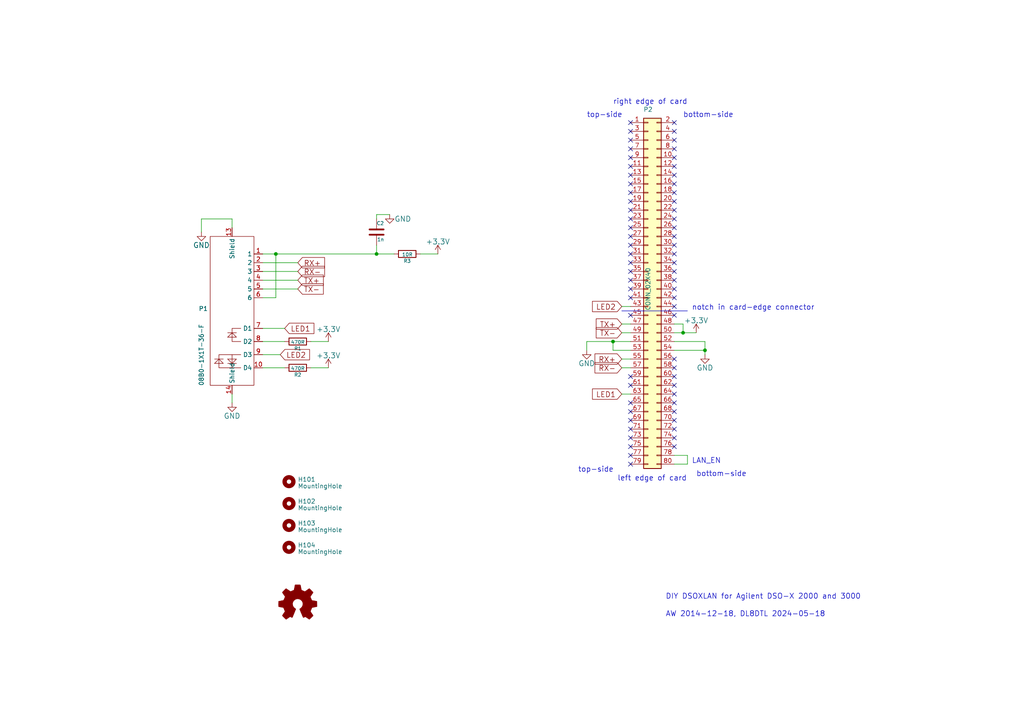
<source format=kicad_sch>
(kicad_sch (version 20230121) (generator eeschema)
  (paper "A4")
  (lib_symbols
    (symbol "Connector_Generic:Conn_02x40_Odd_Even" (pin_names (offset 1.016) hide)
      (property "Reference" "J" (at 1.27 50.8 0))
      (property "Value" "Conn_02x40_Odd_Even" (at 1.27 -53.34 0))
      (symbol "Conn_02x40_Odd_Even_1_1"
        (rectangle (start -1.27 -50.673) (end 0 -50.927) (stroke (width 0.1524)))
        (rectangle (start -1.27 -48.133) (end 0 -48.387) (stroke (width 0.1524)))
        (rectangle (start -1.27 -45.593) (end 0 -45.847) (stroke (width 0.1524)))
        (rectangle (start -1.27 -43.053) (end 0 -43.307) (stroke (width 0.1524)))
        (rectangle (start -1.27 -40.513) (end 0 -40.767) (stroke (width 0.1524)))
        (rectangle (start -1.27 -37.973) (end 0 -38.227) (stroke (width 0.1524)))
        (rectangle (start -1.27 -35.433) (end 0 -35.687) (stroke (width 0.1524)))
        (rectangle (start -1.27 -32.893) (end 0 -33.147) (stroke (width 0.1524)))
        (rectangle (start -1.27 -30.353) (end 0 -30.607) (stroke (width 0.1524)))
        (rectangle (start -1.27 -27.813) (end 0 -28.067) (stroke (width 0.1524)))
        (rectangle (start -1.27 -25.273) (end 0 -25.527) (stroke (width 0.1524)))
        (rectangle (start -1.27 -22.733) (end 0 -22.987) (stroke (width 0.1524)))
        (rectangle (start -1.27 -20.193) (end 0 -20.447) (stroke (width 0.1524)))
        (rectangle (start -1.27 -17.653) (end 0 -17.907) (stroke (width 0.1524)))
        (rectangle (start -1.27 -15.113) (end 0 -15.367) (stroke (width 0.1524)))
        (rectangle (start -1.27 -12.573) (end 0 -12.827) (stroke (width 0.1524)))
        (rectangle (start -1.27 -10.033) (end 0 -10.287) (stroke (width 0.1524)))
        (rectangle (start -1.27 -7.493) (end 0 -7.747) (stroke (width 0.1524)))
        (rectangle (start -1.27 -4.953) (end 0 -5.207) (stroke (width 0.1524)))
        (rectangle (start -1.27 -2.413) (end 0 -2.667) (stroke (width 0.1524)))
        (rectangle (start -1.27 0.127) (end 0 -0.127) (stroke (width 0.1524)))
        (rectangle (start -1.27 2.667) (end 0 2.413) (stroke (width 0.1524)))
        (rectangle (start -1.27 5.207) (end 0 4.953) (stroke (width 0.1524)))
        (rectangle (start -1.27 7.747) (end 0 7.493) (stroke (width 0.1524)))
        (rectangle (start -1.27 10.287) (end 0 10.033) (stroke (width 0.1524)))
        (rectangle (start -1.27 12.827) (end 0 12.573) (stroke (width 0.1524)))
        (rectangle (start -1.27 15.367) (end 0 15.113) (stroke (width 0.1524)))
        (rectangle (start -1.27 17.907) (end 0 17.653) (stroke (width 0.1524)))
        (rectangle (start -1.27 20.447) (end 0 20.193) (stroke (width 0.1524)))
        (rectangle (start -1.27 22.987) (end 0 22.733) (stroke (width 0.1524)))
        (rectangle (start -1.27 25.527) (end 0 25.273) (stroke (width 0.1524)))
        (rectangle (start -1.27 28.067) (end 0 27.813) (stroke (width 0.1524)))
        (rectangle (start -1.27 30.607) (end 0 30.353) (stroke (width 0.1524)))
        (rectangle (start -1.27 33.147) (end 0 32.893) (stroke (width 0.1524)))
        (rectangle (start -1.27 35.687) (end 0 35.433) (stroke (width 0.1524)))
        (rectangle (start -1.27 38.227) (end 0 37.973) (stroke (width 0.1524)))
        (rectangle (start -1.27 40.767) (end 0 40.513) (stroke (width 0.1524)))
        (rectangle (start -1.27 43.307) (end 0 43.053) (stroke (width 0.1524)))
        (rectangle (start -1.27 45.847) (end 0 45.593) (stroke (width 0.1524)))
        (rectangle (start -1.27 48.387) (end 0 48.133) (stroke (width 0.1524)))
        (rectangle (start -1.27 49.53) (end 3.81 -52.07) (stroke (width 0.254)) (fill (type background)))
        (rectangle (start 3.81 -50.673) (end 2.54 -50.927) (stroke (width 0.1524)))
        (rectangle (start 3.81 -48.133) (end 2.54 -48.387) (stroke (width 0.1524)))
        (rectangle (start 3.81 -45.593) (end 2.54 -45.847) (stroke (width 0.1524)))
        (rectangle (start 3.81 -43.053) (end 2.54 -43.307) (stroke (width 0.1524)))
        (rectangle (start 3.81 -40.513) (end 2.54 -40.767) (stroke (width 0.1524)))
        (rectangle (start 3.81 -37.973) (end 2.54 -38.227) (stroke (width 0.1524)))
        (rectangle (start 3.81 -35.433) (end 2.54 -35.687) (stroke (width 0.1524)))
        (rectangle (start 3.81 -32.893) (end 2.54 -33.147) (stroke (width 0.1524)))
        (rectangle (start 3.81 -30.353) (end 2.54 -30.607) (stroke (width 0.1524)))
        (rectangle (start 3.81 -27.813) (end 2.54 -28.067) (stroke (width 0.1524)))
        (rectangle (start 3.81 -25.273) (end 2.54 -25.527) (stroke (width 0.1524)))
        (rectangle (start 3.81 -22.733) (end 2.54 -22.987) (stroke (width 0.1524)))
        (rectangle (start 3.81 -20.193) (end 2.54 -20.447) (stroke (width 0.1524)))
        (rectangle (start 3.81 -17.653) (end 2.54 -17.907) (stroke (width 0.1524)))
        (rectangle (start 3.81 -15.113) (end 2.54 -15.367) (stroke (width 0.1524)))
        (rectangle (start 3.81 -12.573) (end 2.54 -12.827) (stroke (width 0.1524)))
        (rectangle (start 3.81 -10.033) (end 2.54 -10.287) (stroke (width 0.1524)))
        (rectangle (start 3.81 -7.493) (end 2.54 -7.747) (stroke (width 0.1524)))
        (rectangle (start 3.81 -4.953) (end 2.54 -5.207) (stroke (width 0.1524)))
        (rectangle (start 3.81 -2.413) (end 2.54 -2.667) (stroke (width 0.1524)))
        (rectangle (start 3.81 0.127) (end 2.54 -0.127) (stroke (width 0.1524)))
        (rectangle (start 3.81 2.667) (end 2.54 2.413) (stroke (width 0.1524)))
        (rectangle (start 3.81 5.207) (end 2.54 4.953) (stroke (width 0.1524)))
        (rectangle (start 3.81 7.747) (end 2.54 7.493) (stroke (width 0.1524)))
        (rectangle (start 3.81 10.287) (end 2.54 10.033) (stroke (width 0.1524)))
        (rectangle (start 3.81 12.827) (end 2.54 12.573) (stroke (width 0.1524)))
        (rectangle (start 3.81 15.367) (end 2.54 15.113) (stroke (width 0.1524)))
        (rectangle (start 3.81 17.907) (end 2.54 17.653) (stroke (width 0.1524)))
        (rectangle (start 3.81 20.447) (end 2.54 20.193) (stroke (width 0.1524)))
        (rectangle (start 3.81 22.987) (end 2.54 22.733) (stroke (width 0.1524)))
        (rectangle (start 3.81 25.527) (end 2.54 25.273) (stroke (width 0.1524)))
        (rectangle (start 3.81 28.067) (end 2.54 27.813) (stroke (width 0.1524)))
        (rectangle (start 3.81 30.607) (end 2.54 30.353) (stroke (width 0.1524)))
        (rectangle (start 3.81 33.147) (end 2.54 32.893) (stroke (width 0.1524)))
        (rectangle (start 3.81 35.687) (end 2.54 35.433) (stroke (width 0.1524)))
        (rectangle (start 3.81 38.227) (end 2.54 37.973) (stroke (width 0.1524)))
        (rectangle (start 3.81 40.767) (end 2.54 40.513) (stroke (width 0.1524)))
        (rectangle (start 3.81 43.307) (end 2.54 43.053) (stroke (width 0.1524)))
        (rectangle (start 3.81 45.847) (end 2.54 45.593) (stroke (width 0.1524)))
        (rectangle (start 3.81 48.387) (end 2.54 48.133) (stroke (width 0.1524)))
        (pin passive line (at -5.08 48.26 0) (length 3.81) (name "Pin_1") (number "1"))
        (pin passive line (at 7.62 38.1 180) (length 3.81) (name "Pin_10") (number "10"))
        (pin passive line (at -5.08 35.56 0) (length 3.81) (name "Pin_11") (number "11"))
        (pin passive line (at 7.62 35.56 180) (length 3.81) (name "Pin_12") (number "12"))
        (pin passive line (at -5.08 33.02 0) (length 3.81) (name "Pin_13") (number "13"))
        (pin passive line (at 7.62 33.02 180) (length 3.81) (name "Pin_14") (number "14"))
        (pin passive line (at -5.08 30.48 0) (length 3.81) (name "Pin_15") (number "15"))
        (pin passive line (at 7.62 30.48 180) (length 3.81) (name "Pin_16") (number "16"))
        (pin passive line (at -5.08 27.94 0) (length 3.81) (name "Pin_17") (number "17"))
        (pin passive line (at 7.62 27.94 180) (length 3.81) (name "Pin_18") (number "18"))
        (pin passive line (at -5.08 25.4 0) (length 3.81) (name "Pin_19") (number "19"))
        (pin passive line (at 7.62 48.26 180) (length 3.81) (name "Pin_2") (number "2"))
        (pin passive line (at 7.62 25.4 180) (length 3.81) (name "Pin_20") (number "20"))
        (pin passive line (at -5.08 22.86 0) (length 3.81) (name "Pin_21") (number "21"))
        (pin passive line (at 7.62 22.86 180) (length 3.81) (name "Pin_22") (number "22"))
        (pin passive line (at -5.08 20.32 0) (length 3.81) (name "Pin_23") (number "23"))
        (pin passive line (at 7.62 20.32 180) (length 3.81) (name "Pin_24") (number "24"))
        (pin passive line (at -5.08 17.78 0) (length 3.81) (name "Pin_25") (number "25"))
        (pin passive line (at 7.62 17.78 180) (length 3.81) (name "Pin_26") (number "26"))
        (pin passive line (at -5.08 15.24 0) (length 3.81) (name "Pin_27") (number "27"))
        (pin passive line (at 7.62 15.24 180) (length 3.81) (name "Pin_28") (number "28"))
        (pin passive line (at -5.08 12.7 0) (length 3.81) (name "Pin_29") (number "29"))
        (pin passive line (at -5.08 45.72 0) (length 3.81) (name "Pin_3") (number "3"))
        (pin passive line (at 7.62 12.7 180) (length 3.81) (name "Pin_30") (number "30"))
        (pin passive line (at -5.08 10.16 0) (length 3.81) (name "Pin_31") (number "31"))
        (pin passive line (at 7.62 10.16 180) (length 3.81) (name "Pin_32") (number "32"))
        (pin passive line (at -5.08 7.62 0) (length 3.81) (name "Pin_33") (number "33"))
        (pin passive line (at 7.62 7.62 180) (length 3.81) (name "Pin_34") (number "34"))
        (pin passive line (at -5.08 5.08 0) (length 3.81) (name "Pin_35") (number "35"))
        (pin passive line (at 7.62 5.08 180) (length 3.81) (name "Pin_36") (number "36"))
        (pin passive line (at -5.08 2.54 0) (length 3.81) (name "Pin_37") (number "37"))
        (pin passive line (at 7.62 2.54 180) (length 3.81) (name "Pin_38") (number "38"))
        (pin passive line (at -5.08 0 0) (length 3.81) (name "Pin_39") (number "39"))
        (pin passive line (at 7.62 45.72 180) (length 3.81) (name "Pin_4") (number "4"))
        (pin passive line (at 7.62 0 180) (length 3.81) (name "Pin_40") (number "40"))
        (pin passive line (at -5.08 -2.54 0) (length 3.81) (name "Pin_41") (number "41"))
        (pin passive line (at 7.62 -2.54 180) (length 3.81) (name "Pin_42") (number "42"))
        (pin passive line (at -5.08 -5.08 0) (length 3.81) (name "Pin_43") (number "43"))
        (pin passive line (at 7.62 -5.08 180) (length 3.81) (name "Pin_44") (number "44"))
        (pin passive line (at -5.08 -7.62 0) (length 3.81) (name "Pin_45") (number "45"))
        (pin passive line (at 7.62 -7.62 180) (length 3.81) (name "Pin_46") (number "46"))
        (pin passive line (at -5.08 -10.16 0) (length 3.81) (name "Pin_47") (number "47"))
        (pin passive line (at 7.62 -10.16 180) (length 3.81) (name "Pin_48") (number "48"))
        (pin passive line (at -5.08 -12.7 0) (length 3.81) (name "Pin_49") (number "49"))
        (pin passive line (at -5.08 43.18 0) (length 3.81) (name "Pin_5") (number "5"))
        (pin passive line (at 7.62 -12.7 180) (length 3.81) (name "Pin_50") (number "50"))
        (pin passive line (at -5.08 -15.24 0) (length 3.81) (name "Pin_51") (number "51"))
        (pin passive line (at 7.62 -15.24 180) (length 3.81) (name "Pin_52") (number "52"))
        (pin passive line (at -5.08 -17.78 0) (length 3.81) (name "Pin_53") (number "53"))
        (pin passive line (at 7.62 -17.78 180) (length 3.81) (name "Pin_54") (number "54"))
        (pin passive line (at -5.08 -20.32 0) (length 3.81) (name "Pin_55") (number "55"))
        (pin passive line (at 7.62 -20.32 180) (length 3.81) (name "Pin_56") (number "56"))
        (pin passive line (at -5.08 -22.86 0) (length 3.81) (name "Pin_57") (number "57"))
        (pin passive line (at 7.62 -22.86 180) (length 3.81) (name "Pin_58") (number "58"))
        (pin passive line (at -5.08 -25.4 0) (length 3.81) (name "Pin_59") (number "59"))
        (pin passive line (at 7.62 43.18 180) (length 3.81) (name "Pin_6") (number "6"))
        (pin passive line (at 7.62 -25.4 180) (length 3.81) (name "Pin_60") (number "60"))
        (pin passive line (at -5.08 -27.94 0) (length 3.81) (name "Pin_61") (number "61"))
        (pin passive line (at 7.62 -27.94 180) (length 3.81) (name "Pin_62") (number "62"))
        (pin passive line (at -5.08 -30.48 0) (length 3.81) (name "Pin_63") (number "63"))
        (pin passive line (at 7.62 -30.48 180) (length 3.81) (name "Pin_64") (number "64"))
        (pin passive line (at -5.08 -33.02 0) (length 3.81) (name "Pin_65") (number "65"))
        (pin passive line (at 7.62 -33.02 180) (length 3.81) (name "Pin_66") (number "66"))
        (pin passive line (at -5.08 -35.56 0) (length 3.81) (name "Pin_67") (number "67"))
        (pin passive line (at 7.62 -35.56 180) (length 3.81) (name "Pin_68") (number "68"))
        (pin passive line (at -5.08 -38.1 0) (length 3.81) (name "Pin_69") (number "69"))
        (pin passive line (at -5.08 40.64 0) (length 3.81) (name "Pin_7") (number "7"))
        (pin passive line (at 7.62 -38.1 180) (length 3.81) (name "Pin_70") (number "70"))
        (pin passive line (at -5.08 -40.64 0) (length 3.81) (name "Pin_71") (number "71"))
        (pin passive line (at 7.62 -40.64 180) (length 3.81) (name "Pin_72") (number "72"))
        (pin passive line (at -5.08 -43.18 0) (length 3.81) (name "Pin_73") (number "73"))
        (pin passive line (at 7.62 -43.18 180) (length 3.81) (name "Pin_74") (number "74"))
        (pin passive line (at -5.08 -45.72 0) (length 3.81) (name "Pin_75") (number "75"))
        (pin passive line (at 7.62 -45.72 180) (length 3.81) (name "Pin_76") (number "76"))
        (pin passive line (at -5.08 -48.26 0) (length 3.81) (name "Pin_77") (number "77"))
        (pin passive line (at 7.62 -48.26 180) (length 3.81) (name "Pin_78") (number "78"))
        (pin passive line (at -5.08 -50.8 0) (length 3.81) (name "Pin_79") (number "79"))
        (pin passive line (at 7.62 40.64 180) (length 3.81) (name "Pin_8") (number "8"))
        (pin passive line (at 7.62 -50.8 180) (length 3.81) (name "Pin_80") (number "80"))
        (pin passive line (at -5.08 38.1 0) (length 3.81) (name "Pin_9") (number "9"))
      )
    )
    (symbol "Device:C" (pin_numbers hide) (pin_names (offset 0.254))
      (property "Reference" "C" (at 0.635 2.54 0))
      (property "Value" "C" (at 0.635 -2.54 0))
      (symbol "C_0_1"
        (polyline (pts (xy -2.032 -0.762) (xy 2.032 -0.762)) (stroke (width 0.508)))
        (polyline (pts (xy -2.032 0.762) (xy 2.032 0.762)) (stroke (width 0.508)))
      )
      (symbol "C_1_1"
        (pin passive line (at 0 3.81 270) (length 2.794) (name "~") (number "1"))
        (pin passive line (at 0 -3.81 90) (length 2.794) (name "~") (number "2"))
      )
    )
    (symbol "Device:R" (pin_numbers hide) (pin_names (offset 0))
      (property "Reference" "R" (at 2.032 0 90))
      (property "Value" "R" (at 0 0 90))
      (symbol "R_0_1"
        (rectangle (start -1.016 -2.54) (end 1.016 2.54) (stroke (width 0.254)))
      )
      (symbol "R_1_1"
        (pin passive line (at 0 3.81 270) (length 1.27) (name "~") (number "1"))
        (pin passive line (at 0 -3.81 90) (length 1.27) (name "~") (number "2"))
      )
    )
    (symbol "Graphic:Logo_Open_Hardware_Small" (in_bom no) (on_board no)
      (symbol "Logo_Open_Hardware_Small_0_1"
        (polyline (pts (xy 3.3528 -4.3434) (xy 3.302 -4.318) (xy 3.175 -4.2418) (xy 2.9972 -4.1148) (xy 2.7686 -3.9624) (xy 2.54 -3.81) (xy 2.3622 -3.7084) (xy 2.2352 -3.6068) (xy 2.1844 -3.5814) (xy 2.159 -3.6068) (xy 2.0574 -3.6576) (xy 1.905 -3.7338) (xy 1.8034 -3.7846) (xy 1.6764 -3.8354) (xy 1.6002 -3.8354) (xy 1.6002 -3.8354) (xy 1.5494 -3.7338) (xy 1.4732 -3.5306) (xy 1.3462 -3.302) (xy 1.2446 -3.0226) (xy 1.1176 -2.7178) (xy 0.9652 -2.413) (xy 0.8636 -2.1082) (xy 0.7366 -1.8288) (xy 0.6604 -1.6256) (xy 0.6096 -1.4732) (xy 0.5842 -1.397) (xy 0.5842 -1.397) (xy 0.6604 -1.3208) (xy 0.7874 -1.2446) (xy 1.0414 -1.016) (xy 1.2954 -0.6858) (xy 1.4478 -0.3302) (xy 1.524 0.0762) (xy 1.4732 0.4572) (xy 1.3208 0.8128) (xy 1.0668 1.143) (xy 0.762 1.3716) (xy 0.4064 1.524) (xy 0 1.5748) (xy -0.381 1.5494) (xy -0.7366 1.397) (xy -1.0668 1.143) (xy -1.2192 0.9906) (xy -1.397 0.6604) (xy -1.524 0.3048) (xy -1.524 0.2286) (xy -1.4986 -0.1778) (xy -1.397 -0.5334) (xy -1.1938 -0.8636) (xy -0.9144 -1.143) (xy -0.8636 -1.1684) (xy -0.7366 -1.27) (xy -0.635 -1.3462) (xy -0.5842 -1.397) (xy -1.0668 -2.5908) (xy -1.143 -2.794) (xy -1.2954 -3.1242) (xy -1.397 -3.4036) (xy -1.4986 -3.6322) (xy -1.5748 -3.7846) (xy -1.6002 -3.8354) (xy -1.6002 -3.8354) (xy -1.651 -3.8354) (xy -1.7272 -3.81) (xy -1.905 -3.7338) (xy -2.0066 -3.683) (xy -2.1336 -3.6068) (xy -2.2098 -3.5814) (xy -2.2606 -3.6068) (xy -2.3622 -3.683) (xy -2.54 -3.81) (xy -2.7686 -3.9624) (xy -2.9718 -4.0894) (xy -3.1496 -4.2164) (xy -3.302 -4.318) (xy -3.3528 -4.3434) (xy -3.3782 -4.3434) (xy -3.429 -4.318) (xy -3.5306 -4.2164) (xy -3.7084 -4.064) (xy -3.937 -3.8354) (xy -3.9624 -3.81) (xy -4.1656 -3.6068) (xy -4.318 -3.4544) (xy -4.4196 -3.3274) (xy -4.445 -3.2766) (xy -4.445 -3.2766) (xy -4.4196 -3.2258) (xy -4.318 -3.0734) (xy -4.2164 -2.8956) (xy -4.064 -2.667) (xy -3.6576 -2.0828) (xy -3.8862 -1.5494) (xy -3.937 -1.3716) (xy -4.0386 -1.1684) (xy -4.0894 -1.0414) (xy -4.1148 -0.9652) (xy -4.191 -0.9398) (xy -4.318 -0.9144) (xy -4.5466 -0.8636) (xy -4.8006 -0.8128) (xy -5.0546 -0.7874) (xy -5.2578 -0.7366) (xy -5.4356 -0.7112) (xy -5.5118 -0.6858) (xy -5.5118 -0.6858) (xy -5.5372 -0.635) (xy -5.5372 -0.5588) (xy -5.5372 -0.4318) (xy -5.5626 -0.2286) (xy -5.5626 0.0762) (xy -5.5626 0.127) (xy -5.5372 0.4064) (xy -5.5372 0.635) (xy -5.5372 0.762) (xy -5.5372 0.8382) (xy -5.5372 0.8382) (xy -5.461 0.8382) (xy -5.3086 0.889) (xy -5.08 0.9144) (xy -4.826 0.9652) (xy -4.8006 0.9906) (xy -4.5466 1.0414) (xy -4.318 1.0668) (xy -4.1656 1.1176) (xy -4.0894 1.143) (xy -4.0894 1.143) (xy -4.0386 1.2446) (xy -3.9624 1.4224) (xy -3.8608 1.6256) (xy -3.7846 1.8288) (xy -3.7084 2.0066) (xy -3.6576 2.159) (xy -3.6322 2.2098) (xy -3.6322 2.2098) (xy -3.683 2.286) (xy -3.7592 2.413) (xy -3.8862 2.5908) (xy -4.064 2.8194) (xy -4.064 2.8448) (xy -4.2164 3.0734) (xy -4.3434 3.2512) (xy -4.4196 3.3782) (xy -4.445 3.4544) (xy -4.445 3.4544) (xy -4.3942 3.5052) (xy -4.2926 3.6322) (xy -4.1148 3.81) (xy -3.937 4.0132) (xy -3.8608 4.064) (xy -3.6576 4.2926) (xy -3.5052 4.4196) (xy -3.4036 4.4958) (xy -3.3528 4.5212) (xy -3.3528 4.5212) (xy -3.302 4.4704) (xy -3.1496 4.3688) (xy -2.9718 4.2418) (xy -2.7432 4.0894) (xy -2.7178 4.0894) (xy -2.4892 3.937) (xy -2.3114 3.81) (xy -2.1844 3.7084) (xy -2.1336 3.683) (xy -2.1082 3.683) (xy -2.032 3.7084) (xy -1.8542 3.7592) (xy -1.6764 3.8354) (xy -1.4732 3.937) (xy -1.27 4.0132) (xy -1.143 4.064) (xy -1.0668 4.1148) (xy -1.0668 4.1148) (xy -1.0414 4.191) (xy -1.016 4.3434) (xy -0.9652 4.572) (xy -0.9144 4.8514) (xy -0.889 4.9022) (xy -0.8382 5.1562) (xy -0.8128 5.3848) (xy -0.7874 5.5372) (xy -0.762 5.588) (xy -0.7112 5.6134) (xy -0.5842 5.6134) (xy -0.4064 5.6134) (xy -0.1524 5.6134) (xy 0.0762 5.6134) (xy 0.3302 5.6134) (xy 0.5334 5.6134) (xy 0.6858 5.588) (xy 0.7366 5.588) (xy 0.7366 5.588) (xy 0.762 5.5118) (xy 0.8128 5.334) (xy 0.8382 5.1054) (xy 0.9144 4.826) (xy 0.9144 4.7752) (xy 0.9652 4.5212) (xy 1.016 4.2926) (xy 1.0414 4.1402) (xy 1.0668 4.0894) (xy 1.0668 4.0894) (xy 1.1938 4.0386) (xy 1.3716 3.9624) (xy 1.5748 3.8608) (xy 2.0828 3.6576) (xy 2.7178 4.0894) (xy 2.7686 4.1402) (xy 2.9972 4.2926) (xy 3.175 4.4196) (xy 3.302 4.4958) (xy 3.3782 4.5212) (xy 3.3782 4.5212) (xy 3.429 4.4704) (xy 3.556 4.3434) (xy 3.7338 4.191) (xy 3.9116 3.9878) (xy 4.064 3.8354) (xy 4.2418 3.6576) (xy 4.3434 3.556) (xy 4.4196 3.4798) (xy 4.4196 3.429) (xy 4.4196 3.4036) (xy 4.3942 3.3274) (xy 4.2926 3.2004) (xy 4.1656 2.9972) (xy 4.0132 2.794) (xy 3.8862 2.5908) (xy 3.7592 2.3876) (xy 3.6576 2.2352) (xy 3.6322 2.159) (xy 3.6322 2.1336) (xy 3.683 2.0066) (xy 3.7592 1.8288) (xy 3.8608 1.6002) (xy 4.064 1.1176) (xy 4.3942 1.0414) (xy 4.5974 1.016) (xy 4.8768 0.9652) (xy 5.1308 0.9144) (xy 5.5372 0.8382) (xy 5.5626 -0.6604) (xy 5.4864 -0.6858) (xy 5.4356 -0.6858) (xy 5.2832 -0.7366) (xy 5.0546 -0.762) (xy 4.8006 -0.8128) (xy 4.5974 -0.8636) (xy 4.3688 -0.9144) (xy 4.2164 -0.9398) (xy 4.1402 -0.9398) (xy 4.1148 -0.9652) (xy 4.064 -1.0668) (xy 3.9878 -1.2446) (xy 3.9116 -1.4478) (xy 3.81 -1.651) (xy 3.7338 -1.8542) (xy 3.683 -2.0066) (xy 3.6576 -2.0828) (xy 3.683 -2.1336) (xy 3.7846 -2.2606) (xy 3.8862 -2.4638) (xy 4.0386 -2.667) (xy 4.191 -2.8956) (xy 4.318 -3.0734) (xy 4.3942 -3.2004) (xy 4.445 -3.2766) (xy 4.4196 -3.3274) (xy 4.3434 -3.429) (xy 4.1656 -3.5814) (xy 3.937 -3.8354) (xy 3.8862 -3.8608) (xy 3.683 -4.064) (xy 3.5306 -4.2164) (xy 3.4036 -4.318) (xy 3.3528 -4.3434)) (fill (type outline)))
      )
    )
    (symbol "Mechanical:MountingHole" (pin_names (offset 1.016))
      (property "Reference" "H" (at 0 5.08 0))
      (property "Value" "MountingHole" (at 0 3.175 0))
      (symbol "MountingHole_0_1"
        (circle (center 0 0) (radius 1.27) (stroke (width 1.27)))
      )
    )
    (symbol "dsoxlan:RJ45-BELFUSE"
      (property "Reference" "P?" (at 3.81 21.59 0))
      (property "Value" "08B0-1X1T-36-F" (at -8.89 -11.43 90))
      (symbol "RJ45-BELFUSE_0_1"
        (rectangle (start -6.35 20.32) (end 6.35 -22.86))
        (polyline (pts (xy -5.08 -15.24) (xy -2.54 -15.24)))
        (polyline (pts (xy -1.27 -16.51) (xy 1.27 -16.51)))
        (polyline (pts (xy -1.27 -7.62) (xy 1.27 -7.62)))
        (polyline (pts (xy -5.08 -16.51) (xy -2.54 -16.51) (xy -3.81 -15.24) (xy -5.08 -16.51)))
        (polyline (pts (xy -1.27 -15.24) (xy 1.27 -15.24) (xy 0 -16.51) (xy -1.27 -15.24)))
        (polyline (pts (xy -1.27 -8.89) (xy 1.27 -8.89) (xy 0 -7.62) (xy -1.27 -8.89)))
        (polyline (pts (xy 0 -17.78) (xy -3.81 -17.78) (xy -3.81 -13.97) (xy 0 -13.97)))
        (polyline (pts (xy 2.54 -13.97) (xy 0 -13.97) (xy 0 -17.78) (xy 2.54 -17.78)))
        (polyline (pts (xy 2.54 -10.16) (xy 0 -10.16) (xy 0 -6.35) (xy 2.54 -6.35)))
      )
      (symbol "RJ45-BELFUSE_1_1"
        (pin passive line (at 8.89 15.24 180) (length 2.54) (name "1") (number "1"))
        (pin passive line (at 8.89 -17.78 180) (length 2.54) (name "D4") (number "10"))
        (pin passive line (at 0 22.86 270) (length 2.54) (name "Shield") (number "13"))
        (pin passive line (at 0 -25.4 90) (length 2.54) (name "Shield") (number "14"))
        (pin passive line (at 8.89 12.7 180) (length 2.54) (name "2") (number "2"))
        (pin passive line (at 8.89 10.16 180) (length 2.54) (name "3") (number "3"))
        (pin passive line (at 8.89 7.62 180) (length 2.54) (name "4") (number "4"))
        (pin passive line (at 8.89 5.08 180) (length 2.54) (name "5") (number "5"))
        (pin passive line (at 8.89 2.54 180) (length 2.54) (name "6") (number "6"))
        (pin passive line (at 8.89 -6.35 180) (length 2.54) (name "D1") (number "7"))
        (pin passive line (at 8.89 -10.16 180) (length 2.54) (name "D2") (number "8"))
        (pin passive line (at 8.89 -13.97 180) (length 2.54) (name "D3") (number "9"))
      )
    )
    (symbol "power:+3.3V" (power) (pin_names (offset 0))
      (property "Value" "+3.3V" (at 0 3.556 0))
      (symbol "+3.3V_0_1"
        (polyline (pts (xy -0.762 1.27) (xy 0 2.54)))
        (polyline (pts (xy 0 0) (xy 0 2.54)))
        (polyline (pts (xy 0 2.54) (xy 0.762 1.27)))
      )
      (symbol "+3.3V_1_1"
        (pin power_in line (at 0 0 90) (length 0) hide (name "+3.3V") (number "1"))
      )
    )
    (symbol "power:GND" (power) (pin_names (offset 0))
      (property "Value" "GND" (at 0 -3.81 0))
      (symbol "GND_0_1"
        (polyline (pts (xy 0 0) (xy 0 -1.27) (xy 1.27 -1.27) (xy 0 -2.54) (xy -1.27 -1.27) (xy 0 -1.27)))
      )
      (symbol "GND_1_1"
        (pin power_in line (at 0 0 270) (length 0) hide (name "GND") (number "1"))
      )
    )
  )
  (junction (at 204.47 101.6))
  (junction (at 80.01 73.66))
  (junction (at 177.8 99.06))
  (junction (at 109.22 73.66))
  (junction (at 198.12 96.52))
  (no_connect (at 195.58 68.58))
  (no_connect (at 195.58 55.88))
  (no_connect (at 182.88 55.88))
  (no_connect (at 182.88 132.08))
  (no_connect (at 195.58 114.3))
  (no_connect (at 195.58 48.26))
  (no_connect (at 195.58 45.72))
  (no_connect (at 182.88 134.62))
  (no_connect (at 195.58 83.82))
  (no_connect (at 182.88 48.26))
  (no_connect (at 182.88 73.66))
  (no_connect (at 182.88 35.56))
  (no_connect (at 182.88 81.28))
  (no_connect (at 182.88 45.72))
  (no_connect (at 182.88 119.38))
  (no_connect (at 195.58 43.18))
  (no_connect (at 195.58 76.2))
  (no_connect (at 182.88 71.12))
  (no_connect (at 182.88 76.2))
  (no_connect (at 195.58 109.22))
  (no_connect (at 195.58 40.64))
  (no_connect (at 182.88 86.36))
  (no_connect (at 195.58 60.96))
  (no_connect (at 195.58 71.12))
  (no_connect (at 195.58 58.42))
  (no_connect (at 182.88 129.54))
  (no_connect (at 195.58 35.56))
  (no_connect (at 195.58 104.14))
  (no_connect (at 182.88 43.18))
  (no_connect (at 182.88 124.46))
  (no_connect (at 195.58 127))
  (no_connect (at 195.58 106.68))
  (no_connect (at 195.58 124.46))
  (no_connect (at 195.58 91.44))
  (no_connect (at 182.88 116.84))
  (no_connect (at 195.58 81.28))
  (no_connect (at 195.58 86.36))
  (no_connect (at 182.88 58.42))
  (no_connect (at 195.58 121.92))
  (no_connect (at 182.88 63.5))
  (no_connect (at 182.88 60.96))
  (no_connect (at 182.88 109.22))
  (no_connect (at 182.88 66.04))
  (no_connect (at 182.88 121.92))
  (no_connect (at 195.58 66.04))
  (no_connect (at 195.58 116.84))
  (no_connect (at 182.88 40.64))
  (no_connect (at 182.88 111.76))
  (no_connect (at 195.58 129.54))
  (no_connect (at 182.88 50.8))
  (no_connect (at 195.58 50.8))
  (no_connect (at 195.58 63.5))
  (no_connect (at 195.58 38.1))
  (no_connect (at 195.58 88.9))
  (no_connect (at 182.88 91.44))
  (no_connect (at 195.58 78.74))
  (no_connect (at 182.88 127))
  (no_connect (at 195.58 119.38))
  (no_connect (at 182.88 83.82))
  (no_connect (at 182.88 78.74))
  (no_connect (at 182.88 38.1))
  (no_connect (at 195.58 53.34))
  (no_connect (at 182.88 53.34))
  (no_connect (at 195.58 111.76))
  (no_connect (at 195.58 73.66))
  (no_connect (at 182.88 68.58))
  (wire (pts (xy 195.58 99.06) (xy 204.47 99.06)))
  (wire (pts (xy 76.2 99.06) (xy 82.55 99.06)))
  (wire (pts (xy 76.2 95.25) (xy 82.55 95.25)))
  (wire (pts (xy 76.2 83.82) (xy 86.36 83.82)))
  (wire (pts (xy 109.22 62.23) (xy 109.22 63.5)))
  (wire (pts (xy 182.88 96.52) (xy 180.34 96.52)))
  (wire (pts (xy 121.92 73.66) (xy 127 73.66)))
  (wire (pts (xy 199.39 132.08) (xy 199.39 134.62)))
  (wire (pts (xy 109.22 73.66) (xy 114.3 73.66)))
  (wire (pts (xy 180.34 106.68) (xy 182.88 106.68)))
  (wire (pts (xy 182.88 114.3) (xy 180.34 114.3)))
  (wire (pts (xy 170.18 99.06) (xy 177.8 99.06)))
  (wire (pts (xy 76.2 73.66) (xy 80.01 73.66)))
  (wire (pts (xy 195.58 93.98) (xy 198.12 93.98)))
  (wire (pts (xy 195.58 101.6) (xy 204.47 101.6)))
  (wire (pts (xy 67.31 116.84) (xy 67.31 114.3)))
  (wire (pts (xy 201.93 96.52) (xy 198.12 96.52)))
  (wire (pts (xy 76.2 102.87) (xy 81.28 102.87)))
  (wire (pts (xy 58.42 67.31) (xy 58.42 63.5)))
  (wire (pts (xy 204.47 101.6) (xy 204.47 102.87)))
  (wire (pts (xy 204.47 99.06) (xy 204.47 101.6)))
  (wire (pts (xy 198.12 93.98) (xy 198.12 96.52)))
  (wire (pts (xy 76.2 78.74) (xy 86.36 78.74)))
  (wire (pts (xy 195.58 132.08) (xy 199.39 132.08)))
  (wire (pts (xy 80.01 73.66) (xy 109.22 73.66)))
  (wire (pts (xy 58.42 63.5) (xy 67.31 63.5)))
  (wire (pts (xy 199.39 134.62) (xy 195.58 134.62)))
  (wire (pts (xy 109.22 62.23) (xy 113.03 62.23)))
  (wire (pts (xy 90.17 99.06) (xy 95.25 99.06)))
  (wire (pts (xy 177.8 99.06) (xy 182.88 99.06)))
  (wire (pts (xy 80.01 86.36) (xy 80.01 73.66)))
  (wire (pts (xy 76.2 76.2) (xy 86.36 76.2)))
  (wire (pts (xy 198.12 96.52) (xy 195.58 96.52)))
  (polyline (pts (xy 180.34 90.17) (xy 199.39 90.17)))
  (wire (pts (xy 67.31 63.5) (xy 67.31 66.04)))
  (wire (pts (xy 76.2 81.28) (xy 86.36 81.28)))
  (wire (pts (xy 109.22 71.12) (xy 109.22 73.66)))
  (wire (pts (xy 76.2 86.36) (xy 80.01 86.36)))
  (wire (pts (xy 182.88 88.9) (xy 180.34 88.9)))
  (wire (pts (xy 76.2 106.68) (xy 82.55 106.68)))
  (wire (pts (xy 182.88 93.98) (xy 180.34 93.98)))
  (wire (pts (xy 170.18 99.06) (xy 170.18 101.6)))
  (wire (pts (xy 90.17 106.68) (xy 95.25 106.68)))
  (wire (pts (xy 177.8 101.6) (xy 177.8 99.06)))
  (wire (pts (xy 182.88 101.6) (xy 177.8 101.6)))
  (wire (pts (xy 180.34 104.14) (xy 182.88 104.14)))
  (text "bottom-side" (at 201.93 138.43 0) (effects (font (size 1.524 1.524)) (justify left bottom)))
  (text "top-side" (at 170.18 34.29 0) (effects (font (size 1.524 1.524)) (justify left bottom)))
  (text "left edge of card" (at 179.07 139.7 0) (effects (font (size 1.524 1.524)) (justify left bottom)))
  (text "DIY DSOXLAN for Agilent DSO-X 2000 and 3000" (at 193.04 173.99 0) (effects (font (size 1.524 1.524)) (justify left bottom)))
  (text "AW 2014-12-18, DL8DTL 2024-05-18" (at 193.04 179.07 0) (effects (font (size 1.524 1.524)) (justify left bottom)))
  (text "right edge of card" (at 177.8 30.48 0) (effects (font (size 1.524 1.524)) (justify left bottom)))
  (text "top-side" (at 167.64 137.16 0) (effects (font (size 1.524 1.524)) (justify left bottom)))
  (text "bottom-side" (at 198.12 34.29 0) (effects (font (size 1.524 1.524)) (justify left bottom)))
  (text "notch in card-edge connector" (at 200.66 90.17 0) (effects (font (size 1.524 1.524)) (justify left bottom)))
  (text "LAN_EN" (at 200.66 134.62 0) (effects (font (size 1.524 1.524)) (justify left bottom)))
  (global_label "TX-" (shape input) (at 86.36 83.82 0) (effects (font (size 1.524 1.524))) (property "Intersheetrefs" "${INTERSHEET_REFS}" (effects hide)))
  (global_label "LED2" (shape input) (at 180.34 88.9 180) (effects (font (size 1.524 1.524))) (property "Intersheetrefs" "${INTERSHEET_REFS}" (effects hide)))
  (global_label "RX+" (shape input) (at 180.34 104.14 180) (effects (font (size 1.524 1.524))) (property "Intersheetrefs" "${INTERSHEET_REFS}" (effects hide)))
  (global_label "TX-" (shape input) (at 180.34 96.52 180) (effects (font (size 1.524 1.524))) (property "Intersheetrefs" "${INTERSHEET_REFS}" (effects hide)))
  (global_label "RX-" (shape input) (at 180.34 106.68 180) (effects (font (size 1.524 1.524))) (property "Intersheetrefs" "${INTERSHEET_REFS}" (effects hide)))
  (global_label "RX+" (shape input) (at 86.36 76.2 0) (effects (font (size 1.524 1.524))) (property "Intersheetrefs" "${INTERSHEET_REFS}" (effects hide)))
  (global_label "LED1" (shape input) (at 180.34 114.3 180) (effects (font (size 1.524 1.524))) (property "Intersheetrefs" "${INTERSHEET_REFS}" (effects hide)))
  (global_label "TX+" (shape input) (at 86.36 81.28 0) (effects (font (size 1.524 1.524))) (property "Intersheetrefs" "${INTERSHEET_REFS}" (effects hide)))
  (global_label "RX-" (shape input) (at 86.36 78.74 0) (effects (font (size 1.524 1.524))) (property "Intersheetrefs" "${INTERSHEET_REFS}" (effects hide)))
  (global_label "LED1" (shape input) (at 82.55 95.25 0) (effects (font (size 1.524 1.524))) (property "Intersheetrefs" "${INTERSHEET_REFS}" (effects hide)))
  (global_label "TX+" (shape input) (at 180.34 93.98 180) (effects (font (size 1.524 1.524))) (property "Intersheetrefs" "${INTERSHEET_REFS}" (effects hide)))
  (global_label "LED2" (shape input) (at 81.28 102.87 0) (effects (font (size 1.524 1.524))) (property "Intersheetrefs" "${INTERSHEET_REFS}" (effects hide)))
  (symbol (lib_id "power:GND") (at 67.31 116.84 0) (unit 1)
    (property "Reference" "#PWR01" (effects hide))
    (property "Value" "GND" (at 67.31 120.65 0) (effects (font (size 1.524 1.524))))
  )
  (symbol (lib_id "Device:R") (at 86.36 106.68 270) (unit 1)
    (property "Reference" "R2" (at 86.36 108.712 90) (effects (font (size 1.016 1.016))))
    (property "Value" "470R" (at 86.3854 106.8578 90) (effects (font (size 1.016 1.016))))
    (property "Footprint" "Resistor_SMD:R_0805_2012Metric_Pad1.20x1.40mm_HandSolder" (effects hide))
  )
  (symbol (lib_id "Device:R") (at 86.36 99.06 270) (unit 1)
    (property "Reference" "R1" (at 86.36 101.092 90) (effects (font (size 1.016 1.016))))
    (property "Value" "470R" (at 86.3854 99.2378 90) (effects (font (size 1.016 1.016))))
    (property "Footprint" "Resistor_SMD:R_0805_2012Metric_Pad1.20x1.40mm_HandSolder" (effects hide))
  )
  (symbol (lib_id "power:+3.3V") (at 95.25 99.06 0) (unit 1)
    (property "Reference" "#PWR02" (effects hide))
    (property "Value" "+3V3" (at 95.25 95.504 0) (effects (font (size 1.524 1.524))))
  )
  (symbol (lib_id "power:+3.3V") (at 95.25 106.68 0) (unit 1)
    (property "Reference" "#PWR03" (effects hide))
    (property "Value" "+3V3" (at 95.25 103.124 0) (effects (font (size 1.524 1.524))))
  )
  (symbol (lib_id "Device:C") (at 109.22 67.31 0) (unit 1)
    (property "Reference" "C2" (at 109.22 64.77 0) (effects (font (size 1.016 1.016)) (justify left)))
    (property "Value" "1n" (at 109.3724 69.469 0) (effects (font (size 1.016 1.016)) (justify left)))
    (property "Footprint" "Capacitor_SMD:C_0805_2012Metric_Pad1.18x1.45mm_HandSolder" (effects hide))
  )
  (symbol (lib_id "power:GND") (at 113.03 62.23 0) (unit 1)
    (property "Reference" "#PWR05" (effects hide))
    (property "Value" "GND" (at 116.84 63.5 0) (effects (font (size 1.524 1.524))))
  )
  (symbol (lib_id "Device:R") (at 118.11 73.66 270) (unit 1)
    (property "Reference" "R3" (at 118.11 75.692 90) (effects (font (size 1.016 1.016))))
    (property "Value" "10R" (at 118.1354 73.8378 90) (effects (font (size 1.016 1.016))))
    (property "Footprint" "Resistor_SMD:R_0805_2012Metric_Pad1.20x1.40mm_HandSolder" (effects hide))
  )
  (symbol (lib_id "power:+3.3V") (at 127 73.66 0) (unit 1)
    (property "Reference" "#PWR06" (effects hide))
    (property "Value" "+3V3" (at 127 70.104 0) (effects (font (size 1.524 1.524))))
  )
  (symbol (lib_id "Connector_Generic:Conn_02x40_Odd_Even") (at 187.96 83.82 0) (unit 1)
    (property "Reference" "P2" (at 187.96 31.75 0))
    (property "Value" "CONN_02X40" (at 187.96 83.82 90))
    (property "Footprint" "DSOXLAN:cardedge_40x2" (effects hide))
  )
  (symbol (lib_id "power:GND") (at 170.18 101.6 0) (unit 1)
    (property "Reference" "#PWR07" (effects hide))
    (property "Value" "GND" (at 170.18 105.41 0) (effects (font (size 1.524 1.524))))
  )
  (symbol (lib_id "power:GND") (at 204.47 102.87 0) (unit 1)
    (property "Reference" "#PWR08" (effects hide))
    (property "Value" "GND" (at 204.47 106.68 0) (effects (font (size 1.524 1.524))))
  )
  (symbol (lib_id "power:+3.3V") (at 201.93 96.52 0) (unit 1)
    (property "Reference" "#PWR09" (effects hide))
    (property "Value" "+3V3" (at 201.93 92.964 0) (effects (font (size 1.524 1.524))))
  )
  (symbol (lib_id "power:GND") (at 58.42 67.31 0) (unit 1)
    (property "Reference" "#PWR010" (effects hide))
    (property "Value" "GND" (at 58.42 71.12 0) (effects (font (size 1.524 1.524))))
  )
  (symbol (lib_id "Mechanical:MountingHole") (at 83.82 139.7 0) (unit 1)
    (property "Reference" "H101" (at 86.36 139.0563 0) (effects (justify left)))
    (property "Value" "MountingHole" (at 86.36 140.9773 0) (effects (justify left)))
    (property "Footprint" "MountingHole:MountingHole_3.2mm_M3_ISO7380" (effects hide))
  )
  (symbol (lib_id "Mechanical:MountingHole") (at 83.82 158.75 0) (unit 1)
    (property "Reference" "H104" (at 86.36 158.1063 0) (effects (justify left)))
    (property "Value" "MountingHole" (at 86.36 160.0273 0) (effects (justify left)))
    (property "Footprint" "MountingHole:MountingHole_3.2mm_M3_ISO7380" (effects hide))
  )
  (symbol (lib_id "Mechanical:MountingHole") (at 83.82 146.05 0) (unit 1)
    (property "Reference" "H102" (at 86.36 145.4063 0) (effects (justify left)))
    (property "Value" "MountingHole" (at 86.36 147.3273 0) (effects (justify left)))
    (property "Footprint" "MountingHole:MountingHole_3.2mm_M3_ISO7380" (effects hide))
  )
  (symbol (lib_id "dsoxlan:RJ45-BELFUSE") (at 67.31 88.9 0) (unit 1)
    (property "Reference" "P1" (at 60.325 89.5263 0) (effects (justify right)))
    (property "Value" "08B0-1X1T-36-F" (at 58.42 93.98 90) (effects (justify right)))
    (property "Footprint" "DSOXLAN:08B0-1X1T-36-F" (effects hide))
    (property "Datasheet" "https://www.belfuse.com/resources/drawings/magneticsolutions/dr-mag-08b0-1x1t-36-f.pdf" (effects hide))
  )
  (symbol (lib_id "Graphic:Logo_Open_Hardware_Small") (at 86.36 175.26 0) (unit 1) (in_bom no)
    (property "Reference" "SYM101" (effects hide))
    (property "Value" "Logo_Open_Hardware_Small" (effects hide))
    (property "Footprint" "Symbol:OSHW-Symbol_6.7x6mm_Copper" (effects hide))
    (property "Sim.Enable" "0" (effects hide))
  )
  (symbol (lib_id "Mechanical:MountingHole") (at 83.82 152.4 0) (unit 1)
    (property "Reference" "H103" (at 86.36 151.7563 0) (effects (justify left)))
    (property "Value" "MountingHole" (at 86.36 153.6773 0) (effects (justify left)))
    (property "Footprint" "MountingHole:MountingHole_3.2mm_M3_ISO7380" (effects hide))
  )
)
</source>
